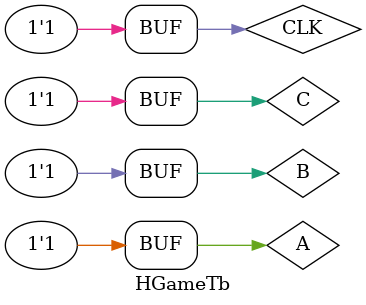
<source format=v>
`timescale 1ns/1ps
module HGameTb();

    reg A, B, C, CLK, RST;
    wire [2:0] WINNER_DISP;
    wire A_DISP, B_DISP, C_DISP;
    integer i;

    HGame HGame1(CLK, RST, A, B, C, WINNER_DISP, A_DISP, B_DISP, C_DISP);
    Display Display1 (CLK, RST, WINNER_DISP, A_DISP, B_DISP, C_DISP);

initial begin
    CLK <= 1;

    #20 {A,B,C} = 3'b000;
    #20 {A,B,C} = 3'b011;
    #20 {A,B,C} = 3'b101;
    #20 {A,B,C} = 3'b110;
    #20 {A,B,C} = 3'b111;

    #20 {A,B,C} = 3'b001;
    #20 {A,B,C} = 3'b100;

    #20 {A,B,C} = 3'b001;
    #20 {A,B,C} = 3'b010;

    #20 {A,B,C} = 3'b001;
    #20 {A,B,C} = 3'b110;

    #20 {A,B,C} = 3'b001;
    #20 {A,B,C} = 3'b101;

    #20 {A,B,C} = 3'b001;
    #20 {A,B,C} = 3'b011;

    #20 {A,B,C} = 3'b001;
    #20 {A,B,C} = 3'b111;


    #20 {A,B,C} = 3'b010;
    #20 {A,B,C} = 3'b100;

    #20 {A,B,C} = 3'b010;
    #20 {A,B,C} = 3'b010;

    #20 {A,B,C} = 3'b010;
    #20 {A,B,C} = 3'b101;

    #20 {A,B,C} = 3'b010;
    #20 {A,B,C} = 3'b110;

    #20 {A,B,C} = 3'b010;
    #20 {A,B,C} = 3'b111;




    #20 {A,B,C} = 3'b100;
    #20 {A,B,C} = 3'b010;


    #20 {A,B,C} = 3'b100;
    #20 {A,B,C} = 3'b101;

    #20 {A,B,C} = 3'b100;
    #20 {A,B,C} = 3'b100;

    #20 {A,B,C} = 3'b100;
    #20 {A,B,C} = 3'b110;

    #20 {A,B,C} = 3'b100;
    #20 {A,B,C} = 3'b011;

    #20 {A,B,C} = 3'b100;
    #20 {A,B,C} = 3'b111;
    
    
end

always begin
    #5 CLK =0; #5 CLK=1;

end

endmodule
</source>
